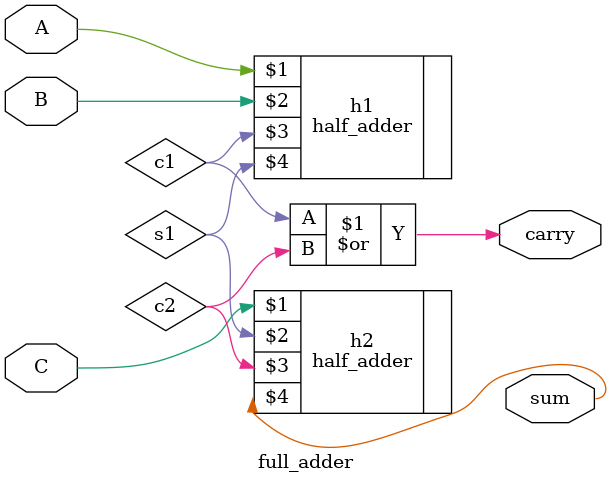
<source format=v>
module full_adder(A, B, C, sum, carry);
input A, B, C;
output sum, carry;
half_adder h1(A, B, c1, s1);
half_adder h2(C, s1, c2, sum);
or h3(carry, c1, c2);

endmodule
 

</source>
